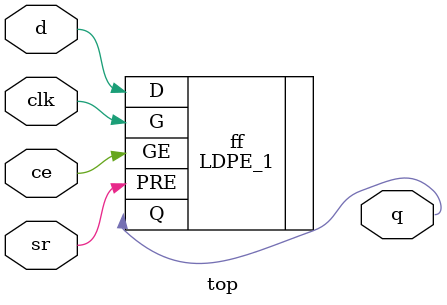
<source format=v>

module top(input clk, ce, sr, d, output q);
	(* LOC="SLICE_X16Y100", BEL="AFF", DONT_TOUCH *)
	//Keep inverter off
	LDPE_1 ff (
		.G(clk),
		.GE(ce),
		.PRE(sr),
		.D(d),
		.Q(q)
	);
endmodule


</source>
